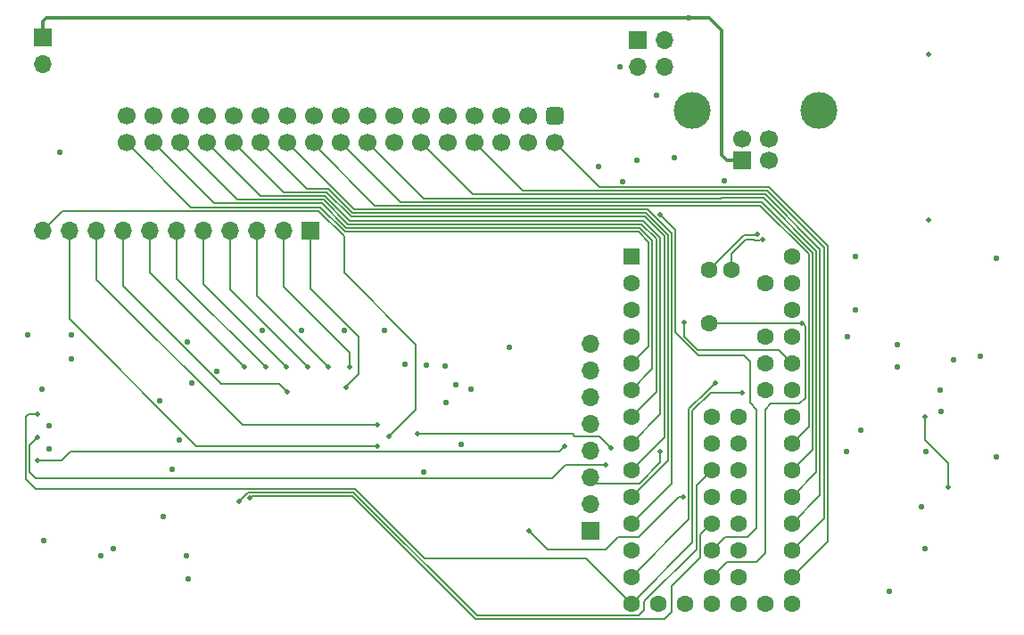
<source format=gbr>
%TF.GenerationSoftware,KiCad,Pcbnew,7.0.1*%
%TF.CreationDate,2023-04-16T22:16:48+10:00*%
%TF.ProjectId,XCopy Standalone,58436f70-7920-4537-9461-6e64616c6f6e,rev?*%
%TF.SameCoordinates,Original*%
%TF.FileFunction,Copper,L4,Bot*%
%TF.FilePolarity,Positive*%
%FSLAX46Y46*%
G04 Gerber Fmt 4.6, Leading zero omitted, Abs format (unit mm)*
G04 Created by KiCad (PCBNEW 7.0.1) date 2023-04-16 22:16:48*
%MOMM*%
%LPD*%
G01*
G04 APERTURE LIST*
G04 Aperture macros list*
%AMRoundRect*
0 Rectangle with rounded corners*
0 $1 Rounding radius*
0 $2 $3 $4 $5 $6 $7 $8 $9 X,Y pos of 4 corners*
0 Add a 4 corners polygon primitive as box body*
4,1,4,$2,$3,$4,$5,$6,$7,$8,$9,$2,$3,0*
0 Add four circle primitives for the rounded corners*
1,1,$1+$1,$2,$3*
1,1,$1+$1,$4,$5*
1,1,$1+$1,$6,$7*
1,1,$1+$1,$8,$9*
0 Add four rect primitives between the rounded corners*
20,1,$1+$1,$2,$3,$4,$5,0*
20,1,$1+$1,$4,$5,$6,$7,0*
20,1,$1+$1,$6,$7,$8,$9,0*
20,1,$1+$1,$8,$9,$2,$3,0*%
G04 Aperture macros list end*
%TA.AperFunction,ComponentPad*%
%ADD10O,1.700000X1.700000*%
%TD*%
%TA.AperFunction,ComponentPad*%
%ADD11R,1.700000X1.700000*%
%TD*%
%TA.AperFunction,ComponentPad*%
%ADD12RoundRect,0.425000X0.425000X-0.425000X0.425000X0.425000X-0.425000X0.425000X-0.425000X-0.425000X0*%
%TD*%
%TA.AperFunction,ComponentPad*%
%ADD13C,1.700000*%
%TD*%
%TA.AperFunction,ComponentPad*%
%ADD14R,1.600000X1.600000*%
%TD*%
%TA.AperFunction,ComponentPad*%
%ADD15C,1.600000*%
%TD*%
%TA.AperFunction,ComponentPad*%
%ADD16C,3.500000*%
%TD*%
%TA.AperFunction,ViaPad*%
%ADD17C,0.460000*%
%TD*%
%TA.AperFunction,ViaPad*%
%ADD18C,0.560000*%
%TD*%
%TA.AperFunction,Conductor*%
%ADD19C,0.304800*%
%TD*%
%TA.AperFunction,Conductor*%
%ADD20C,0.152400*%
%TD*%
%TA.AperFunction,Conductor*%
%ADD21C,0.200000*%
%TD*%
G04 APERTURE END LIST*
D10*
%TO.P,U6,1,GND*%
%TO.N,GND*%
X104342300Y-90652000D03*
%TO.P,U6,2,VCC*%
%TO.N,+3V3*%
X104342300Y-93192000D03*
%TO.P,U6,3,SCL*%
%TO.N,SCK*%
X104342300Y-95732000D03*
%TO.P,U6,4,MOSI*%
%TO.N,MOSI*%
X104342300Y-98272000D03*
%TO.P,U6,5,RESET*%
%TO.N,TFT_RESET*%
X104342300Y-100812000D03*
%TO.P,U6,6,D/~{C}*%
%TO.N,TFT_DC*%
X104342300Y-103352000D03*
%TO.P,U6,7,~{CS}*%
%TO.N,TFT_CS*%
X104342300Y-105892000D03*
D11*
%TO.P,U6,8,BACK_LITE*%
%TO.N,+3V3*%
X104342300Y-108432000D03*
%TD*%
D12*
%TO.P,J1,1,Pin_1*%
%TO.N,GND*%
X100939600Y-68969300D03*
D13*
%TO.P,J1,2,Pin_2*%
%TO.N,DENSITY*%
X100939600Y-71509300D03*
%TO.P,J1,3,Pin_3*%
%TO.N,GND*%
X98399600Y-68969300D03*
%TO.P,J1,4,Pin_4*%
%TO.N,unconnected-(J1-Pin_4-Pad4)*%
X98399600Y-71509300D03*
%TO.P,J1,5,Pin_5*%
%TO.N,GND*%
X95859600Y-68969300D03*
%TO.P,J1,6,Pin_6*%
%TO.N,unconnected-(J1-Pin_6-Pad6)*%
X95859600Y-71509300D03*
%TO.P,J1,7,Pin_7*%
%TO.N,GND*%
X93319600Y-68969300D03*
%TO.P,J1,8,Pin_8*%
%TO.N,INDEX*%
X93319600Y-71509300D03*
%TO.P,J1,9,Pin_9*%
%TO.N,GND*%
X90779600Y-68969300D03*
%TO.P,J1,10,Pin_10*%
%TO.N,unconnected-(J1-Pin_10-Pad10)*%
X90779600Y-71509300D03*
%TO.P,J1,11,Pin_11*%
%TO.N,GND*%
X88239600Y-68969300D03*
%TO.P,J1,12,Pin_12*%
%TO.N,DRIVE_SELECT*%
X88239600Y-71509300D03*
%TO.P,J1,13,Pin_13*%
%TO.N,GND*%
X85699600Y-68969300D03*
%TO.P,J1,14,Pin_14*%
%TO.N,unconnected-(J1-Pin_14-Pad14)*%
X85699600Y-71509300D03*
%TO.P,J1,15,Pin_15*%
%TO.N,GND*%
X83159600Y-68969300D03*
%TO.P,J1,16,Pin_16*%
%TO.N,MOTOR*%
X83159600Y-71509300D03*
%TO.P,J1,17,Pin_17*%
%TO.N,GND*%
X80619600Y-68969300D03*
%TO.P,J1,18,Pin_18*%
%TO.N,DIRECTION*%
X80619600Y-71509300D03*
%TO.P,J1,19,Pin_19*%
%TO.N,GND*%
X78079600Y-68969300D03*
%TO.P,J1,20,Pin_20*%
%TO.N,STEP*%
X78079600Y-71509300D03*
%TO.P,J1,21,Pin_21*%
%TO.N,GND*%
X75539600Y-68969300D03*
%TO.P,J1,22,Pin_22*%
%TO.N,WRITE_DATA*%
X75539600Y-71509300D03*
%TO.P,J1,23,Pin_23*%
%TO.N,GND*%
X72999600Y-68969300D03*
%TO.P,J1,24,Pin_24*%
%TO.N,WRITE_ENABLE*%
X72999600Y-71509300D03*
%TO.P,J1,25,Pin_25*%
%TO.N,GND*%
X70459600Y-68969300D03*
%TO.P,J1,26,Pin_26*%
%TO.N,TRACK_0*%
X70459600Y-71509300D03*
%TO.P,J1,27,Pin_27*%
%TO.N,GND*%
X67919600Y-68969300D03*
%TO.P,J1,28,Pin_28*%
%TO.N,WRITE_PROTECT*%
X67919600Y-71509300D03*
%TO.P,J1,29,Pin_29*%
%TO.N,GND*%
X65379600Y-68969300D03*
%TO.P,J1,30,Pin_30*%
%TO.N,READ_DATA*%
X65379600Y-71509300D03*
%TO.P,J1,31,Pin_31*%
%TO.N,GND*%
X62839600Y-68969300D03*
%TO.P,J1,32,Pin_32*%
%TO.N,HEAD_SELECT*%
X62839600Y-71509300D03*
%TO.P,J1,33,Pin_33*%
%TO.N,GND*%
X60299600Y-68969300D03*
%TO.P,J1,34,Pin_34*%
%TO.N,DISK_CHANGE*%
X60299600Y-71509300D03*
%TD*%
D11*
%TO.P,J3,1,Pin_1*%
%TO.N,VBUS*%
X52374800Y-61518800D03*
D10*
%TO.P,J3,2,Pin_2*%
%TO.N,GND*%
X52374800Y-64058800D03*
%TD*%
D14*
%TO.P,U1,1,GND*%
%TO.N,GND*%
X108251600Y-82346800D03*
D15*
%TO.P,U1,2,0_RX1_Touch*%
%TO.N,RX*%
X108251600Y-84886800D03*
%TO.P,U1,3,1_TX1_Touch*%
%TO.N,TX*%
X108251600Y-87426800D03*
%TO.P,U1,4,2*%
%TO.N,SD_CD*%
X108251600Y-89966800D03*
%TO.P,U1,5,3_TX_PWM*%
%TO.N,DISK_CHANGE*%
X108251600Y-92506800D03*
%TO.P,U1,6,4_RX_PWM*%
%TO.N,HEAD_SELECT*%
X108251600Y-95046800D03*
%TO.P,U1,7,5_TX1_PWM*%
%TO.N,READ_DATA*%
X108251600Y-97586800D03*
%TO.P,U1,8,6_PWM*%
%TO.N,WRITE_PROTECT*%
X108251600Y-100126800D03*
%TO.P,U1,9,7_RX3_DOUT*%
%TO.N,TRACK_0*%
X108251600Y-102666800D03*
%TO.P,U1,10,8_TX3_DIN*%
%TO.N,WRITE_ENABLE*%
X108251600Y-105206800D03*
%TO.P,U1,11,9_RX2_CS_PWM*%
%TO.N,WRITE_DATA*%
X108251600Y-107746800D03*
%TO.P,U1,12,10_TX2_CS_PWM*%
%TO.N,TFT_CS*%
X108251600Y-110286800D03*
%TO.P,U1,13,11_DOUT*%
%TO.N,MOSI*%
X108251600Y-112826800D03*
%TO.P,U1,14,12_DIN*%
%TO.N,MISO*%
X108251600Y-115366800D03*
%TO.P,U1,15,VBat*%
%TO.N,BAT_+*%
X110791600Y-115366800D03*
%TO.P,U1,16,3.3V*%
%TO.N,unconnected-(U1-3.3V-Pad16)*%
X113331600Y-115366800D03*
%TO.P,U1,17,GND*%
%TO.N,BAT_-*%
X115871600Y-115366800D03*
%TO.P,U1,18,Program*%
%TO.N,unconnected-(U1-Program-Pad18)*%
X118411600Y-115366800D03*
%TO.P,U1,19,A14/DAC*%
%TO.N,AUDIO_INP*%
X120951600Y-115366800D03*
%TO.P,U1,20,13_LED_SCK*%
%TO.N,SCK*%
X123491600Y-115366800D03*
%TO.P,U1,21,14_A0_SCK*%
%TO.N,DENSITY*%
X123491600Y-112826800D03*
%TO.P,U1,22,15_A1_CS_Touch*%
%TO.N,INDEX*%
X123491600Y-110286800D03*
%TO.P,U1,23,16_A2_SCL0_Touch*%
%TO.N,DRIVE_SELECT*%
X123491600Y-107746800D03*
%TO.P,U1,24,17_A3_SDA0_Touch*%
%TO.N,MOTOR*%
X123491600Y-105206800D03*
%TO.P,U1,25,18_A4_SDA0_Touch*%
%TO.N,DIRECTION*%
X123491600Y-102666800D03*
%TO.P,U1,26,19_A5_SCL0_Touch*%
%TO.N,STEP*%
X123491600Y-100126800D03*
%TO.P,U1,27,20_A6_CS_PWM*%
%TO.N,TFT_DC*%
X123491600Y-97586800D03*
%TO.P,U1,28,21_A7_RX1_CS_PWM*%
%TO.N,TFT_RESET*%
X123491600Y-95046800D03*
%TO.P,U1,29,22_A8_Touch_PWM*%
%TO.N,SD_CS*%
X123491600Y-92506800D03*
%TO.P,U1,30,23_A9_Touch_PWM*%
%TO.N,FLASH_CS*%
X123491600Y-89966800D03*
%TO.P,U1,31,3.3V*%
%TO.N,+3.3V*%
X123491600Y-87426800D03*
%TO.P,U1,32,AGND*%
%TO.N,unconnected-(U1-AGND-Pad32)*%
X123491600Y-84886800D03*
%TO.P,U1,33,Vin*%
%TO.N,VBUS*%
X123491600Y-82346800D03*
%TO.P,U1,34,VUSB*%
%TO.N,unconnected-(U1-VUSB-Pad34)*%
X120951600Y-84886800D03*
%TO.P,U1,35,AREF*%
%TO.N,unconnected-(U1-AREF-Pad35)*%
X120951600Y-89966800D03*
%TO.P,U1,36,A10*%
%TO.N,unconnected-(U1-A10-Pad36)*%
X120951600Y-92506800D03*
%TO.P,U1,37,A11*%
%TO.N,unconnected-(U1-A11-Pad37)*%
X120951600Y-95046800D03*
%TO.P,U1,38,Reset*%
%TO.N,TEENSY_RESET*%
X115641600Y-88696800D03*
%TO.P,U1,39,D-*%
%TO.N,TEENSYUSB_D-*%
X115641600Y-83616800D03*
%TO.P,U1,40,D+*%
%TO.N,TEENSYUSB_D+*%
X117771600Y-83616800D03*
%TO.P,U1,41,A13*%
%TO.N,unconnected-(U1-A13-Pad41)*%
X118411600Y-97586800D03*
%TO.P,U1,42,3.3V*%
%TO.N,unconnected-(U1-3.3V-Pad42)*%
X118411600Y-100126800D03*
%TO.P,U1,43,33_Touch*%
%TO.N,JOY_PUSH*%
X118411600Y-102666800D03*
%TO.P,U1,44,32_Touch_PWM*%
%TO.N,JOY_RIGHT*%
X118411600Y-105206800D03*
%TO.P,U1,45,31_A20_TX2*%
%TO.N,JOY_LEFT*%
X118411600Y-107746800D03*
%TO.P,U1,46,30_A19_SDA1*%
%TO.N,JOY_DOWN*%
X118411600Y-110286800D03*
%TO.P,U1,47,29_A18_SCL1*%
%TO.N,JOY_UP*%
X118411600Y-112826800D03*
%TO.P,U1,48,28_A17*%
%TO.N,TEENSY_RESET*%
X115871600Y-112826800D03*
%TO.P,U1,49,27_A16*%
%TO.N,SD_WP*%
X115871600Y-110286800D03*
%TO.P,U1,50,26_A15_RX2*%
%TO.N,ESP_PROG*%
X115871600Y-107746800D03*
%TO.P,U1,51,25_Touch_PWM*%
%TO.N,ESP_RESET*%
X115871600Y-105206800D03*
%TO.P,U1,52,24*%
%TO.N,BUSY*%
X115871600Y-102666800D03*
%TO.P,U1,53,GND*%
%TO.N,GND*%
X115871600Y-100126800D03*
%TO.P,U1,54,A12*%
%TO.N,unconnected-(U1-A12-Pad54)*%
X115871600Y-97586800D03*
%TD*%
D11*
%TO.P,J4,1,VBUS*%
%TO.N,VBUS*%
X118770400Y-73229800D03*
D13*
%TO.P,J4,2,D-*%
%TO.N,TEENSYUSB_D-*%
X121270400Y-73229800D03*
%TO.P,J4,3,D+*%
%TO.N,TEENSYUSB_D+*%
X121270400Y-71229800D03*
%TO.P,J4,4,GND*%
%TO.N,GND*%
X118770400Y-71229800D03*
D16*
%TO.P,J4,5,Shield*%
%TO.N,unconnected-(J4-Shield-Pad5)*%
X114000400Y-68519800D03*
X126040400Y-68519800D03*
%TD*%
D11*
%TO.P,J2,1,Pin_1*%
%TO.N,/ESP8266/PH1_ADC*%
X77771600Y-79908400D03*
D10*
%TO.P,J2,2,Pin_2*%
%TO.N,/ESP8266/PH2_CS0*%
X75231600Y-79908400D03*
%TO.P,J2,3,Pin_3*%
%TO.N,/ESP8266/PH3_MISO*%
X72691600Y-79908400D03*
%TO.P,J2,4,Pin_4*%
%TO.N,/ESP8266/PH4_GPIO9*%
X70151600Y-79908400D03*
%TO.P,J2,5,Pin_5*%
%TO.N,/ESP8266/PH5_GPIO10*%
X67611600Y-79908400D03*
%TO.P,J2,6,Pin_6*%
%TO.N,/ESP8266/PH6_MOSI*%
X65071600Y-79908400D03*
%TO.P,J2,7,Pin_7*%
%TO.N,/ESP8266/PH7_SCLK*%
X62531600Y-79908400D03*
%TO.P,J2,8,Pin_8*%
%TO.N,/ESP8266/PH8_GPIO5*%
X59991600Y-79908400D03*
%TO.P,J2,9,Pin_9*%
%TO.N,/ESP8266/PH9_GPIO12*%
X57451600Y-79908400D03*
%TO.P,J2,10,Pin_10*%
%TO.N,/ESP8266/PH10_GPIO14*%
X54911600Y-79908400D03*
%TO.P,J2,11,Pin_11*%
%TO.N,/ESP8266/PH11_GPIO16*%
X52371600Y-79908400D03*
%TD*%
D11*
%TO.P,J5,1,Pin_1*%
%TO.N,GND*%
X108859400Y-61823600D03*
D10*
%TO.P,J5,2,Pin_2*%
%TO.N,VBUS*%
X111399400Y-61823600D03*
%TO.P,J5,3,Pin_3*%
%TO.N,+3.3V*%
X108859400Y-64363600D03*
%TO.P,J5,4,Pin_4*%
%TO.N,+3V3*%
X111399400Y-64363600D03*
%TD*%
D17*
%TO.N,BAT_+*%
X136448800Y-63119200D03*
%TO.N,BAT_-*%
X136448800Y-78919200D03*
D18*
%TO.N,GND*%
X129540000Y-87426800D03*
X52476400Y-109372400D03*
X64617600Y-102616000D03*
X110591600Y-67005200D03*
X66127738Y-90488662D03*
X52984400Y-98450400D03*
X117094000Y-75210400D03*
X88544400Y-102819200D03*
X55067200Y-92100400D03*
X54000400Y-72491600D03*
X52324000Y-94948300D03*
X57912000Y-110845600D03*
X133451600Y-90728800D03*
X96672400Y-91033200D03*
X142900400Y-101396800D03*
X112318800Y-72948800D03*
X141376400Y-91846400D03*
X66040000Y-110845600D03*
X135788400Y-106121200D03*
X92075000Y-100253800D03*
X68896338Y-93257262D03*
X55067200Y-89814400D03*
X137668000Y-97078800D03*
X91541600Y-94538800D03*
X66497200Y-94386400D03*
X63500000Y-96113600D03*
X142900400Y-82499200D03*
X65328800Y-99771200D03*
X133451600Y-92862400D03*
X129540000Y-82346800D03*
X105156000Y-73834700D03*
X88819900Y-92731500D03*
X132689600Y-114198400D03*
X63804800Y-107086400D03*
X93014800Y-94945200D03*
X136194800Y-100939600D03*
X136147786Y-110134400D03*
X130022600Y-98856800D03*
%TO.N,VBUS*%
X90573200Y-92809700D03*
X90598600Y-96290300D03*
X113639600Y-59690000D03*
X108762800Y-73202800D03*
%TO.N,+3V3*%
X107442000Y-75222299D03*
X86744900Y-92629900D03*
X76962000Y-89408000D03*
X80960462Y-89422738D03*
X84785200Y-89408000D03*
X73241260Y-89420340D03*
%TO.N,+3.3V*%
X50901600Y-89814400D03*
X52984400Y-100634800D03*
X128778000Y-89966800D03*
X128625600Y-100888800D03*
X59029600Y-110134400D03*
X138785600Y-92202000D03*
X107137200Y-64363600D03*
X137515600Y-95046800D03*
X66192400Y-113030000D03*
D17*
%TO.N,BUSY*%
X70990528Y-105618633D03*
%TO.N,SCK*%
X51846600Y-99541200D03*
X138328400Y-104292400D03*
X105820900Y-102158800D03*
X136093200Y-97586800D03*
%TO.N,TEENSYUSB_D-*%
X120172466Y-80290288D03*
%TO.N,TEENSYUSB_D+*%
X120674512Y-80792334D03*
%TO.N,SD_CS*%
X113280800Y-88595200D03*
%TO.N,MOSI*%
X51846600Y-101741200D03*
X116176400Y-94386400D03*
X101881700Y-100377000D03*
%TO.N,MISO*%
X118716400Y-95300800D03*
X51846600Y-97341200D03*
%TO.N,SD_WP*%
X110996785Y-78382415D03*
%TO.N,ESP_RESET*%
X113131600Y-105206800D03*
X98501200Y-108407200D03*
%TO.N,ESP_PROG*%
X71996582Y-105321383D03*
%TO.N,JOY_LEFT*%
X87972804Y-99261315D03*
X106326600Y-100610550D03*
%TO.N,TEENSY_RESET*%
X124460000Y-88696800D03*
%TO.N,TFT_DC*%
X110998000Y-100888800D03*
%TO.N,/ESP8266/PH1_ADC*%
X81127600Y-94792800D03*
%TO.N,/ESP8266/PH2_CS0*%
X81501600Y-92894800D03*
%TO.N,/ESP8266/PH3_MISO*%
X79501600Y-92894800D03*
%TO.N,/ESP8266/PH4_GPIO9*%
X77501600Y-92894800D03*
%TO.N,/ESP8266/PH5_GPIO10*%
X75501600Y-92894800D03*
%TO.N,/ESP8266/PH6_MOSI*%
X73501600Y-92894800D03*
%TO.N,/ESP8266/PH7_SCLK*%
X71501600Y-92894800D03*
%TO.N,/ESP8266/PH11_GPIO16*%
X85242400Y-99465298D03*
%TO.N,/ESP8266/PH10_GPIO14*%
X84101600Y-100376500D03*
%TO.N,/ESP8266/PH9_GPIO12*%
X84101600Y-98394800D03*
%TO.N,/ESP8266/PH8_GPIO5*%
X75590400Y-95250000D03*
%TD*%
D19*
%TO.N,VBUS*%
X113639600Y-59690000D02*
X115620800Y-59690000D01*
X113639600Y-59690000D02*
X52730400Y-59690000D01*
X115620800Y-59690000D02*
X116789200Y-60858400D01*
X117273400Y-73229800D02*
X118770400Y-73229800D01*
X116789200Y-72745600D02*
X117273400Y-73229800D01*
X52730400Y-59690000D02*
X52374800Y-60045600D01*
X116789200Y-60858400D02*
X116789200Y-72745600D01*
X52374800Y-60045600D02*
X52374800Y-61518800D01*
D20*
%TO.N,BUSY*%
X93563968Y-116487600D02*
X108959600Y-116487600D01*
X114395200Y-104143200D02*
X115871600Y-102666800D01*
X108959600Y-116487600D02*
X109470800Y-115976400D01*
X114395200Y-110241223D02*
X114395200Y-104143200D01*
X71805597Y-104797200D02*
X81873568Y-104797200D01*
X70989597Y-105613200D02*
X71805597Y-104797200D01*
X81873568Y-104797200D02*
X93563968Y-116487600D01*
X109470800Y-115165623D02*
X114395200Y-110241223D01*
X109470800Y-115976400D02*
X109470800Y-115165623D01*
%TO.N,SCK*%
X138328400Y-102006400D02*
X136093200Y-99771200D01*
X138328400Y-104292400D02*
X138328400Y-102006400D01*
X100743000Y-103422200D02*
X102006400Y-102158800D01*
X51846600Y-99541200D02*
X51101600Y-100286200D01*
X102006400Y-102158800D02*
X105820900Y-102158800D01*
X51653800Y-103422200D02*
X100743000Y-103422200D01*
X51101600Y-102870000D02*
X51653800Y-103422200D01*
X136093200Y-99771200D02*
X136093200Y-97586800D01*
X51101600Y-100286200D02*
X51101600Y-102870000D01*
%TO.N,DENSITY*%
X123491600Y-112826800D02*
X126853800Y-109464600D01*
X116290621Y-75777999D02*
X105208299Y-75777999D01*
X121270068Y-75766100D02*
X116302520Y-75766100D01*
X116302520Y-75766100D02*
X116290621Y-75777999D01*
X126853800Y-81349832D02*
X121270068Y-75766100D01*
X126853800Y-109464600D02*
X126853800Y-81349832D01*
X105208299Y-75777999D02*
X100939600Y-71509300D01*
%TO.N,INDEX*%
X116436590Y-76130399D02*
X97940699Y-76130399D01*
X126501400Y-107277000D02*
X126501400Y-81495800D01*
X116448489Y-76118500D02*
X116436590Y-76130399D01*
X97940699Y-76130399D02*
X93319600Y-71509300D01*
X123491600Y-110286800D02*
X126501400Y-107277000D01*
X121124100Y-76118500D02*
X116448489Y-76118500D01*
X126501400Y-81495800D02*
X121124100Y-76118500D01*
%TO.N,DRIVE_SELECT*%
X116594458Y-76470900D02*
X116582559Y-76482799D01*
X116582559Y-76482799D02*
X93213099Y-76482799D01*
X126149000Y-81702198D02*
X120917700Y-76470900D01*
X120917700Y-76470900D02*
X116594458Y-76470900D01*
X126149000Y-105089400D02*
X126149000Y-81702198D01*
X123491600Y-107746800D02*
X126149000Y-105089400D01*
X93213099Y-76482799D02*
X88239600Y-71509300D01*
%TO.N,MOTOR*%
X125796600Y-102901800D02*
X125796600Y-81848166D01*
X116740427Y-76823300D02*
X116728528Y-76835199D01*
X120771732Y-76823300D02*
X116740427Y-76823300D01*
X116728528Y-76835199D02*
X88485499Y-76835199D01*
X123491600Y-105206800D02*
X125796600Y-102901800D01*
X88485499Y-76835199D02*
X83159600Y-71509300D01*
X125796600Y-81848166D02*
X120771732Y-76823300D01*
%TO.N,DIRECTION*%
X125444200Y-100714200D02*
X125444200Y-81994135D01*
X116874497Y-77187599D02*
X86297899Y-77187599D01*
X86297899Y-77187599D02*
X80619600Y-71509300D01*
X123491600Y-102666800D02*
X125444200Y-100714200D01*
X120625764Y-77175700D02*
X116886396Y-77175700D01*
X125444200Y-81994135D02*
X120625764Y-77175700D01*
X116886396Y-77175700D02*
X116874497Y-77187599D01*
%TO.N,STEP*%
X120479796Y-77528100D02*
X117032365Y-77528100D01*
X125091800Y-82140104D02*
X120479796Y-77528100D01*
X83879807Y-77539999D02*
X78079600Y-71739792D01*
X117020466Y-77539999D02*
X83879807Y-77539999D01*
X78079600Y-71739792D02*
X78079600Y-71509300D01*
X125091800Y-98526600D02*
X125091800Y-82140104D01*
X117032365Y-77528100D02*
X117020466Y-77539999D01*
X123491600Y-100126800D02*
X125091800Y-98526600D01*
%TO.N,WRITE_DATA*%
X108251600Y-107746800D02*
X112055200Y-103943200D01*
X109784610Y-77892399D02*
X81922699Y-77892399D01*
X112055200Y-103943200D02*
X112055200Y-80162988D01*
X112055200Y-80162988D02*
X109784610Y-77892399D01*
X81922699Y-77892399D02*
X75539600Y-71509300D01*
%TO.N,WRITE_ENABLE*%
X109638642Y-78244799D02*
X81776731Y-78244799D01*
X77404700Y-75914400D02*
X72999600Y-71509300D01*
X111702800Y-80308956D02*
X109638642Y-78244799D01*
X111702800Y-101755600D02*
X111702800Y-80308956D01*
X79446332Y-75914400D02*
X77404700Y-75914400D01*
X108251600Y-105206800D02*
X111702800Y-101755600D01*
X81776731Y-78244799D02*
X79446332Y-75914400D01*
%TO.N,TRACK_0*%
X79300364Y-76266800D02*
X75217100Y-76266800D01*
X111350400Y-80454925D02*
X109492674Y-78597199D01*
X75217100Y-76266800D02*
X70459600Y-71509300D01*
X108251600Y-102666800D02*
X111350400Y-99568000D01*
X81630763Y-78597199D02*
X79300364Y-76266800D01*
X109492674Y-78597199D02*
X81630763Y-78597199D01*
X111350400Y-99568000D02*
X111350400Y-80454925D01*
%TO.N,WRITE_PROTECT*%
X81484795Y-78949599D02*
X79154396Y-76619200D01*
X73029500Y-76619200D02*
X67919600Y-71509300D01*
X110994800Y-80597694D02*
X109346705Y-78949599D01*
X108251600Y-100126800D02*
X110994800Y-97383600D01*
X109346705Y-78949599D02*
X81484795Y-78949599D01*
X79154396Y-76619200D02*
X73029500Y-76619200D01*
X110994800Y-97383600D02*
X110994800Y-80597694D01*
%TO.N,READ_DATA*%
X109200737Y-79302000D02*
X81338827Y-79301999D01*
X108251600Y-97586800D02*
X110582000Y-95256400D01*
X110582000Y-95256400D02*
X110582000Y-80683262D01*
X110582000Y-80683262D02*
X109200737Y-79302000D01*
X79008428Y-76971600D02*
X70841900Y-76971600D01*
X81338827Y-79301999D02*
X79008428Y-76971600D01*
X70841900Y-76971600D02*
X65379600Y-71509300D01*
%TO.N,HEAD_SELECT*%
X68654300Y-77324000D02*
X78862460Y-77324000D01*
X78862460Y-77324000D02*
X81192859Y-79654399D01*
X109054768Y-79654400D02*
X110229600Y-80829231D01*
X110229600Y-80829231D02*
X110229600Y-93068800D01*
X81192859Y-79654399D02*
X109054768Y-79654400D01*
X62839600Y-71509300D02*
X68654300Y-77324000D01*
X110229600Y-93068800D02*
X108251600Y-95046800D01*
%TO.N,DISK_CHANGE*%
X81046891Y-80006799D02*
X78716492Y-77676400D01*
X78716492Y-77676400D02*
X66466700Y-77676400D01*
X109877200Y-80975200D02*
X108908800Y-80006800D01*
X108251600Y-92506800D02*
X109877200Y-90881200D01*
X108908800Y-80006800D02*
X81046891Y-80006799D01*
X109877200Y-90881200D02*
X109877200Y-80975200D01*
X66466700Y-77676400D02*
X60299600Y-71509300D01*
D21*
%TO.N,TEENSYUSB_D-*%
X120172466Y-80290288D02*
X120120421Y-80342333D01*
X120120421Y-80342333D02*
X118916067Y-80342333D01*
X118916067Y-80342333D02*
X115641600Y-83616800D01*
%TO.N,TEENSYUSB_D+*%
X119102463Y-80792334D02*
X117771600Y-82123197D01*
X120419954Y-80792334D02*
X120392000Y-80820288D01*
X119952932Y-80820288D02*
X119924978Y-80792334D01*
X119924978Y-80792334D02*
X119102463Y-80792334D01*
X120392000Y-80820288D02*
X119952932Y-80820288D01*
X117771600Y-82123197D02*
X117771600Y-83616800D01*
X120674512Y-80792334D02*
X120419954Y-80792334D01*
D20*
%TO.N,SD_CS*%
X122221600Y-91236800D02*
X114550800Y-91236800D01*
X113280800Y-89966800D02*
X113280800Y-88595200D01*
X123491600Y-92506800D02*
X122221600Y-91236800D01*
X114550800Y-91236800D02*
X113280800Y-89966800D01*
%TO.N,MOSI*%
X101376500Y-100882200D02*
X55019800Y-100882200D01*
X115420832Y-95141968D02*
X115420832Y-95151600D01*
X113690400Y-96882032D02*
X113690400Y-107388000D01*
X55019800Y-100882200D02*
X54160800Y-101741200D01*
X101376500Y-100882200D02*
X101881700Y-100377000D01*
X115420832Y-95151600D02*
X113690400Y-96882032D01*
X116176400Y-94386400D02*
X115420832Y-95141968D01*
X54160800Y-101741200D02*
X51846600Y-101741200D01*
X113690400Y-107388000D02*
X108251600Y-112826800D01*
%TO.N,MISO*%
X115770000Y-95300800D02*
X118716400Y-95300800D01*
X88623536Y-111048800D02*
X82019536Y-104444800D01*
X50749200Y-103533600D02*
X50749200Y-97637600D01*
X51660400Y-104444800D02*
X50749200Y-103533600D01*
X108251600Y-115366800D02*
X103933600Y-111048800D01*
X103933600Y-111048800D02*
X88623536Y-111048800D01*
X50749200Y-97637600D02*
X51045600Y-97341200D01*
X82019536Y-104444800D02*
X51660400Y-104444800D01*
X114042800Y-97028000D02*
X115770000Y-95300800D01*
X51045600Y-97341200D02*
X51846600Y-97341200D01*
X108251600Y-115366800D02*
X114042800Y-109575600D01*
X114042800Y-109575600D02*
X114042800Y-97028000D01*
%TO.N,SD_WP*%
X118907000Y-91783000D02*
X114598631Y-91783000D01*
X119278400Y-109016800D02*
X120138800Y-108156400D01*
X117141600Y-109016800D02*
X119278400Y-109016800D01*
X112407600Y-79800302D02*
X110993249Y-78385951D01*
X115871600Y-110286800D02*
X117141600Y-109016800D01*
X119481600Y-96266000D02*
X119481600Y-92357600D01*
X112407600Y-89591968D02*
X112407600Y-79800302D01*
X120138800Y-108156400D02*
X120138800Y-96923200D01*
X119481600Y-92357600D02*
X118907000Y-91783000D01*
X114598631Y-91783000D02*
X112407600Y-89591968D01*
X120138800Y-96923200D02*
X119481600Y-96266000D01*
%TO.N,ESP_RESET*%
X100326800Y-110236000D02*
X100326800Y-110232800D01*
X100326800Y-110232800D02*
X98501200Y-108407200D01*
X112725200Y-105206800D02*
X113131600Y-105206800D01*
X106981600Y-109016800D02*
X105762400Y-110236000D01*
X112623600Y-105308400D02*
X108915200Y-109016800D01*
X112623600Y-105308400D02*
X112725200Y-105206800D01*
X105762400Y-110236000D02*
X100326800Y-110236000D01*
X108915200Y-109016800D02*
X106981600Y-109016800D01*
%TO.N,ESP_PROG*%
X115871600Y-107746800D02*
X114795400Y-108823000D01*
X111404400Y-116840000D02*
X93417999Y-116840000D01*
X114795400Y-110956600D02*
X112064800Y-113687200D01*
X114795400Y-108823000D02*
X114795400Y-110956600D01*
X112064800Y-113687200D02*
X112064800Y-116179600D01*
X72168365Y-105149600D02*
X71996582Y-105321383D01*
X81727600Y-105149600D02*
X72168365Y-105149600D01*
X93417999Y-116840000D02*
X81727600Y-105149600D01*
X112064800Y-116179600D02*
X111404400Y-116840000D01*
%TO.N,JOY_LEFT*%
X102872000Y-99468400D02*
X102661512Y-99257912D01*
X102661512Y-99257912D02*
X87976466Y-99257912D01*
X105184450Y-99468400D02*
X102872000Y-99468400D01*
X106326600Y-100610550D02*
X105184450Y-99468400D01*
%TO.N,TEENSY_RESET*%
X117319400Y-111379000D02*
X120142000Y-111379000D01*
X121488200Y-96342200D02*
X124206000Y-96342200D01*
X120929400Y-96901000D02*
X121488200Y-96342200D01*
X124739400Y-88976200D02*
X124460000Y-88696800D01*
X124739400Y-95808800D02*
X124739400Y-88976200D01*
X124155200Y-88696800D02*
X124460000Y-88696800D01*
X120929400Y-110591600D02*
X120929400Y-96901000D01*
X115871600Y-112826800D02*
X117319400Y-111379000D01*
X124155200Y-88696800D02*
X115641600Y-88696800D01*
X124206000Y-96342200D02*
X124739400Y-95808800D01*
X120142000Y-111379000D02*
X120929400Y-110591600D01*
%TO.N,TFT_DC*%
X110998000Y-101962032D02*
X110998000Y-100888800D01*
X109023232Y-103936800D02*
X110998000Y-101962032D01*
X104342300Y-103352000D02*
X104927100Y-103936800D01*
X104927100Y-103936800D02*
X109023232Y-103936800D01*
%TO.N,/ESP8266/PH1_ADC*%
X77771600Y-85447996D02*
X82343600Y-90019996D01*
X82343600Y-90019996D02*
X82343600Y-93526000D01*
X81127600Y-94742000D02*
X81127600Y-94792800D01*
X77771600Y-79908400D02*
X77771600Y-85447996D01*
X82343600Y-93526000D02*
X81127600Y-94742000D01*
%TO.N,/ESP8266/PH2_CS0*%
X81483200Y-91494000D02*
X81483200Y-92876400D01*
X75231600Y-79908400D02*
X75231600Y-85242400D01*
X75231600Y-85242400D02*
X81483200Y-91494000D01*
X81483200Y-92876400D02*
X81501600Y-92894800D01*
%TO.N,/ESP8266/PH3_MISO*%
X72691600Y-79908400D02*
X72691600Y-86084800D01*
X72691600Y-86084800D02*
X79501600Y-92894800D01*
%TO.N,/ESP8266/PH4_GPIO9*%
X70151600Y-85544800D02*
X77501600Y-92894800D01*
X70151600Y-79908400D02*
X70151600Y-85544800D01*
%TO.N,/ESP8266/PH5_GPIO10*%
X67611600Y-85004800D02*
X75501600Y-92894800D01*
X67611600Y-79908400D02*
X67611600Y-85004800D01*
%TO.N,/ESP8266/PH6_MOSI*%
X65071600Y-84464800D02*
X73501600Y-92894800D01*
X65071600Y-79908400D02*
X65071600Y-84464800D01*
%TO.N,/ESP8266/PH7_SCLK*%
X71316800Y-92710000D02*
X71323200Y-92710000D01*
X71323200Y-92710000D02*
X71501600Y-92888400D01*
X62531600Y-83924800D02*
X71316800Y-92710000D01*
X62531600Y-79908400D02*
X62531600Y-83924800D01*
X71501600Y-92888400D02*
X71501600Y-92894800D01*
%TO.N,/ESP8266/PH11_GPIO16*%
X85245260Y-99470298D02*
X87779200Y-96936358D01*
X87779200Y-90728800D02*
X80975200Y-83924800D01*
X80975200Y-80433476D02*
X78570524Y-78028800D01*
X78570524Y-78028800D02*
X54251200Y-78028800D01*
X80975200Y-83924800D02*
X80975200Y-80433476D01*
X54251200Y-78028800D02*
X52371600Y-79908400D01*
X87779200Y-96936358D02*
X87779200Y-90728800D01*
%TO.N,/ESP8266/PH10_GPIO14*%
X83209700Y-100381500D02*
X83214700Y-100376500D01*
X83214700Y-100376500D02*
X84101600Y-100376500D01*
X54911600Y-88338804D02*
X66954296Y-100381500D01*
X54911600Y-79908400D02*
X54911600Y-88338804D01*
X66954296Y-100381500D02*
X83209700Y-100381500D01*
%TO.N,/ESP8266/PH9_GPIO12*%
X57451600Y-79908400D02*
X57451600Y-84531200D01*
X71315200Y-98394800D02*
X84101600Y-98394800D01*
X57451600Y-84531200D02*
X71315200Y-98394800D01*
%TO.N,/ESP8266/PH8_GPIO5*%
X74774400Y-94488000D02*
X74828400Y-94488000D01*
X59991600Y-85138404D02*
X59991600Y-79908400D01*
X74828400Y-94488000D02*
X75590400Y-95250000D01*
X69341196Y-94488000D02*
X59991600Y-85138404D01*
X74774400Y-94488000D02*
X69341196Y-94488000D01*
%TD*%
M02*

</source>
